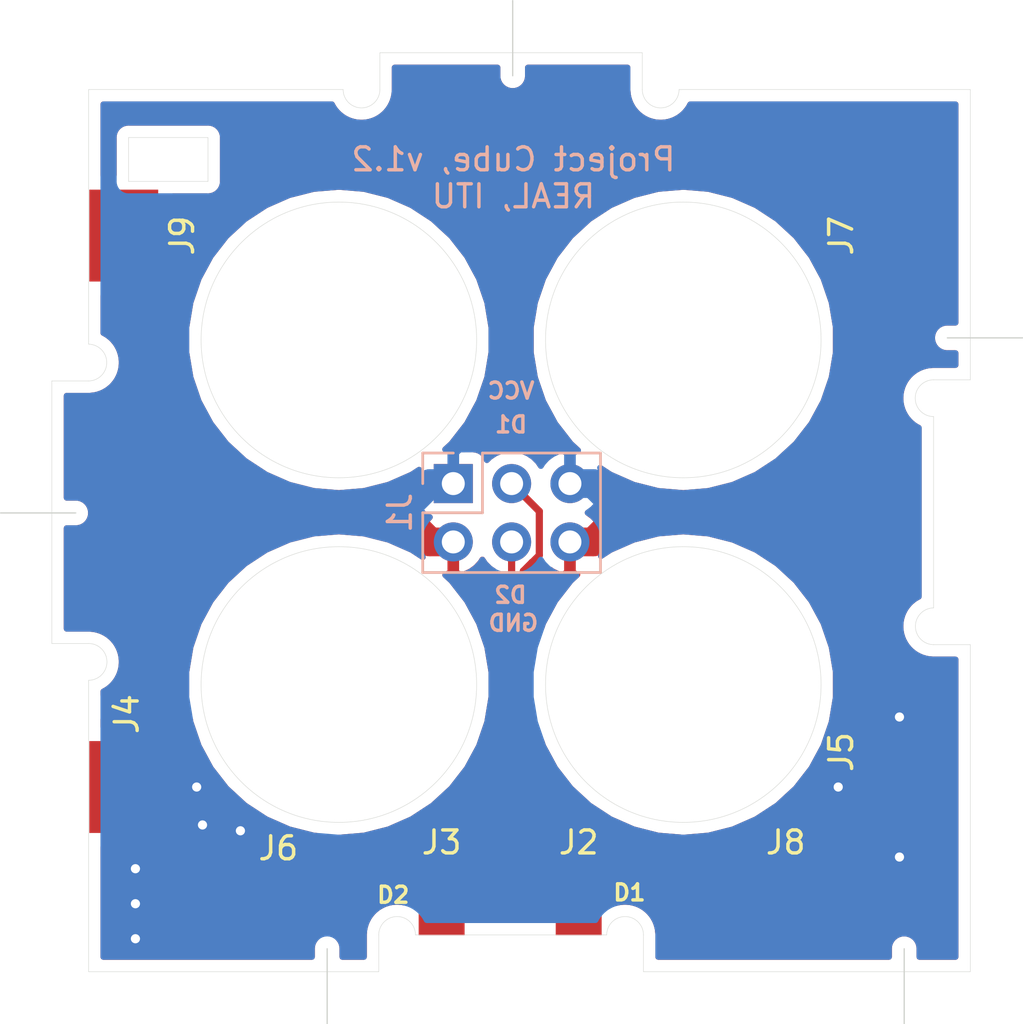
<source format=kicad_pcb>
(kicad_pcb (version 20211014) (generator pcbnew)
  (layers (0 "F.Cu" signal) (31 "B.Cu" signal) (34 "B.Paste" user) (35 "F.Paste" user) (36 "B.SilkS" user "B.Silkscreen") (37 "F.SilkS" user "F.Silkscreen") (38 "B.Mask" user) (39 "F.Mask" user) (44 "Edge.Cuts" user))
  (net 0 "")
  (net 1 "VCC")
  (net 2 "GND")
  (net 3 "/D1")
  (net 4 "/D2")
  (footprint "Custom:CubeCenterPad" (layer "F.Cu") (at 117.475 74.803 180)
    (fp_text reference "J3" (at 0 2.54) (layer "F.SilkS"))
    (fp_text value "Conn_01x01")
    (pad "1" smd rect locked (at 0 0 180) (size 2 3) (layers "F.Cu" "F.Paste" "F.Mask") (net 4 "/D2"))
  )
  (footprint "Custom:CubeSidePad" (layer "F.Cu") (at 103.632 69.85 -90)
    (fp_text reference "J4" (at -3.175 -0.127 90) (layer "F.SilkS"))
    (fp_text value "Conn_01x01")
    (pad "1" smd rect locked (at 0 0 270) (size 4 3) (layers "F.Cu" "F.Paste" "F.Mask") (net 1 "VCC"))
  )
  (footprint "Custom:CubeSidePad" (layer "F.Cu") (at 137.414 69.85 -90)
    (fp_text reference "J5" (at -1.524 2.54 90) (layer "F.SilkS"))
    (fp_text value "Conn_01x01")
    (pad "1" smd rect locked (at 0 0 270) (size 4 3) (layers "F.Cu" "F.Paste" "F.Mask") (net 1 "VCC"))
  )
  (footprint "Custom:CubeSidePad" (layer "F.Cu") (at 108.458 74.803 180)
    (fp_text reference "J6" (at -1.905 2.286) (layer "F.SilkS"))
    (fp_text value "Conn_01x01")
    (pad "1" smd rect locked (at 0 0 180) (size 4 3) (layers "F.Cu" "F.Paste" "F.Mask") (net 1 "VCC"))
  )
  (footprint "Custom:CubeSidePad" (layer "F.Cu") (at 137.414 45.847 -90)
    (fp_text reference "J7" (at 0 2.54 90) (layer "F.SilkS"))
    (fp_text value "Conn_01x01")
    (pad "1" smd rect locked (at 0 0 270) (size 4 3) (layers "F.Cu" "F.Paste" "F.Mask") (net 2 "GND"))
  )
  (footprint "Custom:CubeSidePad" (layer "F.Cu") (at 132.461 74.803 180)
    (fp_text reference "J8" (at 0 2.54) (layer "F.SilkS"))
    (fp_text value "Conn_01x01")
    (pad "1" smd rect locked (at 0 0 180) (size 4 3) (layers "F.Cu" "F.Paste" "F.Mask") (net 2 "GND"))
  )
  (footprint "Custom:CubeSidePad" (layer "F.Cu") (at 103.632 45.847 -90)
    (fp_text reference "J9" (at 0 -2.54 90) (layer "F.SilkS"))
    (fp_text value "Conn_01x01")
    (pad "1" smd rect locked (at 0 0 270) (size 4 3) (layers "F.Cu" "F.Paste" "F.Mask") (net 2 "GND"))
  )
  (footprint "Custom:CubeCenterPad" (layer "F.Cu") (at 123.444 74.803 180)
    (fp_text reference "J2" (at 0 2.54) (layer "F.SilkS"))
    (fp_text value "Conn_01x01")
    (pad "1" smd rect locked (at 0 0 180) (size 2 3) (layers "F.Cu" "F.Paste" "F.Mask") (net 3 "/D1"))
  )
  (footprint "Connector_PinHeader_2.54mm:PinHeader_2x03_P2.54mm_Vertical" (layer "B.Cu") (at 117.983 56.642 -90)
    (fp_text reference "J1" (at 1.27 2.33 -90) (layer "B.SilkS") (effects (justify mirror)))
    (fp_text value "Conn_02x03_Odd_Even")
    (fp_line (start -1.33 -6.41) (end 3.87 -6.41) (layer "B.SilkS") (width 0.12))
    (fp_line (start 1.27 -1.27) (end 1.27 1.33) (layer "B.SilkS") (width 0.12))
    (fp_line (start -1.33 -1.27) (end 1.27 -1.27) (layer "B.SilkS") (width 0.12))
    (fp_line (start 3.87 1.33) (end 3.87 -6.41) (layer "B.SilkS") (width 0.12))
    (fp_line (start -1.33 -1.27) (end -1.33 -6.41) (layer "B.SilkS") (width 0.12))
    (fp_line (start -1.33 0) (end -1.33 1.33) (layer "B.SilkS") (width 0.12))
    (fp_line (start 1.27 1.33) (end 3.87 1.33) (layer "B.SilkS") (width 0.12))
    (fp_line (start -1.33 1.33) (end 0 1.33) (layer "B.SilkS") (width 0.12))
    (pad "1" thru_hole rect locked (at 0 0 270) (size 1.7 1.7) (drill 1) (layers *.Cu *.Mask) (net 1 "VCC"))
    (pad "2" thru_hole oval locked (at 2.54 0 270) (size 1.7 1.7) (drill 1) (layers *.Cu *.Mask) (net 2 "GND"))
    (pad "3" thru_hole oval locked (at 0 -2.54 270) (size 1.7 1.7) (drill 1) (layers *.Cu *.Mask) (net 3 "/D1"))
    (pad "4" thru_hole oval locked (at 2.54 -2.54 270) (size 1.7 1.7) (drill 1) (layers *.Cu *.Mask) (net 4 "/D2"))
    (pad "5" thru_hole oval locked (at 0 -5.08 270) (size 1.7 1.7) (drill 1) (layers *.Cu *.Mask) (net 1 "VCC"))
    (pad "6" thru_hole oval locked (at 2.54 -5.08 270) (size 1.7 1.7) (drill 1) (layers *.Cu *.Mask) (net 2 "GND"))
  )
  (gr_line (start 107.3 41.579) (end 107.3 43.489) (layer "Edge.Cuts") (width 0.02))
  (gr_arc (start 102.1 50.574715) (mid 102.9 51.374715) (end 102.1 52.174715) (layer "Edge.Cuts") (width 0.02))
  (gr_arc (start 138.9 63.653285) (mid 138.1 62.853285) (end 138.9 62.053285) (layer "Edge.Cuts") (width 0.02))
  (gr_arc (start 138.9 53.724715) (mid 138.1 52.924715) (end 138.9 52.124715) (layer "Edge.Cuts") (width 0.02))
  (gr_line (start 137.62 76.89) (end 137.62 80.16) (layer "Edge.Cuts") (width 0.05588))
  (gr_line (start 112.49 76.89) (end 112.49 80.16) (layer "Edge.Cuts") (width 0.05588))
  (gr_line (start 100.5 52.174715) (end 102.1 52.174715) (layer "Edge.Cuts") (width 0.02))
  (gr_line (start 102.1 67.889) (end 102.1 65.203285) (layer "Edge.Cuts") (width 0.02))
  (gr_line (start 126.264285 77.889) (end 126.264285 76.289) (layer "Edge.Cuts") (width 0.02))
  (gr_line (start 139.5 50.3) (end 142.77 50.3) (layer "Edge.Cuts") (width 0.05588))
  (gr_line (start 100.5 63.603285) (end 100.5 52.174715) (layer "Edge.Cuts") (width 0.02))
  (gr_circle (center 113 50.389001) (end 107 50.389001) (layer "Edge.Cuts") (width 0.02) (fill none))
  (gr_line (start 138.9 63.653285) (end 140.5 63.653285) (layer "Edge.Cuts") (width 0.02))
  (gr_line (start 124.5 76.288999) (end 122.5 76.289) (layer "Edge.Cuts") (width 0.02))
  (gr_line (start 101.54 57.92) (end 98.27 57.92) (layer "Edge.Cuts") (width 0.05588))
  (gr_line (start 102.1 47.889) (end 102.1 43.889) (layer "Edge.Cuts") (width 0.02))
  (gr_line (start 116.5 76.288999) (end 116.335715 76.288999) (layer "Edge.Cuts") (width 0.02))
  (gr_line (start 140.5 77.889) (end 126.264285 77.889) (layer "Edge.Cuts") (width 0.02))
  (gr_line (start 102.1 71.889) (end 102.1 67.889) (layer "Edge.Cuts") (width 0.02))
  (gr_arc (start 127.814285 39.489) (mid 127.014285 40.289) (end 126.214285 39.489) (layer "Edge.Cuts") (width 0.02))
  (gr_line (start 102.1 77.889) (end 102.1 71.889) (layer "Edge.Cuts") (width 0.02))
  (gr_line (start 140.5 52.124715) (end 138.9 52.124715) (layer "Edge.Cuts") (width 0.02))
  (gr_line (start 114.785715 37.889) (end 126.214285 37.889) (layer "Edge.Cuts") (width 0.02))
  (gr_line (start 103.84 41.579) (end 103.84 43.489) (layer "Edge.Cuts") (width 0.02))
  (gr_line (start 114.735715 76.288999) (end 114.735715 77.889) (layer "Edge.Cuts") (width 0.02))
  (gr_line (start 103.84 41.579) (end 107.3 41.579) (layer "Edge.Cuts") (width 0.02))
  (gr_line (start 103.84 43.489) (end 107.3 43.489) (layer "Edge.Cuts") (width 0.02))
  (gr_line (start 114.735715 77.889) (end 102.1 77.889) (layer "Edge.Cuts") (width 0.02))
  (gr_line (start 102.1 39.489) (end 113.185715 39.489) (layer "Edge.Cuts") (width 0.02))
  (gr_circle (center 113 65.389) (end 107 65.389) (layer "Edge.Cuts") (width 0.02) (fill none))
  (gr_line (start 114.785715 39.489) (end 114.785715 37.889) (layer "Edge.Cuts") (width 0.02))
  (gr_line (start 102.1 43.889) (end 102.1 39.489) (layer "Edge.Cuts") (width 0.02))
  (gr_arc (start 124.664285 76.289) (mid 125.464285 75.489) (end 126.264285 76.289) (layer "Edge.Cuts") (width 0.02))
  (gr_arc (start 114.785715 39.489) (mid 113.985715 40.289) (end 113.185715 39.489) (layer "Edge.Cuts") (width 0.02))
  (gr_line (start 118.5 76.288999) (end 116.5 76.288999) (layer "Edge.Cuts") (width 0.02))
  (gr_line (start 140.5 63.653285) (end 140.5 77.889) (layer "Edge.Cuts") (width 0.02))
  (gr_line (start 126.214285 37.889) (end 126.214285 39.489) (layer "Edge.Cuts") (width 0.02))
  (gr_line (start 120.57 38.89) (end 120.57 35.62) (layer "Edge.Cuts") (width 0.05588))
  (gr_line (start 138.9 53.724715) (end 138.9 62.053285) (layer "Edge.Cuts") (width 0.02))
  (gr_line (start 122.5 76.289) (end 118.5 76.288999) (layer "Edge.Cuts") (width 0.02))
  (gr_line (start 102.1 63.603285) (end 100.5 63.603285) (layer "Edge.Cuts") (width 0.02))
  (gr_line (start 140.5 39.489001) (end 140.5 52.124715) (layer "Edge.Cuts") (width 0.02))
  (gr_circle (center 127.999999 65.389) (end 121.999999 65.389) (layer "Edge.Cuts") (width 0.02) (fill none))
  (gr_circle (center 127.999999 50.389001) (end 121.999999 50.389001) (layer "Edge.Cuts") (width 0.02) (fill none))
  (gr_line (start 127.814285 39.489) (end 140.5 39.489) (layer "Edge.Cuts") (width 0.02))
  (gr_arc (start 114.735715 76.288999) (mid 115.535715 75.488999) (end 116.335715 76.288999) (layer "Edge.Cuts") (width 0.02))
  (gr_line (start 124.664285 76.289) (end 124.5 76.288999) (layer "Edge.Cuts") (width 0.02))
  (gr_line (start 102.1 50.574715) (end 102.1 47.889) (layer "Edge.Cuts") (width 0.02))
  (gr_arc (start 102.1 63.603285) (mid 102.9 64.403285) (end 102.1 65.203285) (layer "Edge.Cuts") (width 0.02))
  (gr_text "GND" (at 120.5992 62.7126) (layer "B.SilkS") (effects (font (size 0.7 0.7)) (justify mirror)))
  (gr_text "D2" (at 120.4722 61.4934) (layer "B.SilkS") (effects (font (size 0.7 0.7)) (justify mirror)))
  (gr_text "VCC" (at 120.4976 52.6034) (layer "B.SilkS") (effects (font (size 0.7 0.7)) (justify mirror)))
  (gr_text "Project Cube, v1.2\nREAL, ITU" (at 120.5992 43.3324) (layer "B.SilkS") (effects (font (size 1 1)) (justify mirror)))
  (gr_text "D1" (at 120.4976 54.0766) (layer "B.SilkS") (effects (font (size 0.7 0.7)) (justify mirror)))
  (gr_text "D2" (at 115.3668 74.549) (layer "F.SilkS") (effects (font (size 0.7 0.7))))
  (gr_text "D1" (at 125.6538 74.4474) (layer "F.SilkS") (effects (font (size 0.7 0.7))))
  (segment (start 137.414 69.85) (end 137.414 72.898) (width 1.25) (layer "F.Cu") (net 1))
  (segment (start 137.414 69.85) (end 137.414 66.802) (width 1.25) (layer "F.Cu") (net 1))
  (segment (start 137.414 69.85) (end 134.747 69.85) (width 1.25) (layer "F.Cu") (net 1))
  (via (at 137.414 72.898) (size 1.2) (drill 0.4) (layers "F.Cu" "B.Cu") (net 1))
  (via (at 134.747 69.85) (size 1.2) (drill 0.4) (layers "F.Cu" "B.Cu") (net 1))
  (via (at 107.061 71.501) (size 1.2) (drill 0.4) (layers "F.Cu" "B.Cu") (net 1))
  (via (at 108.712 71.755) (size 1.2) (drill 0.4) (layers "F.Cu" "B.Cu") (net 1))
  (via (at 104.14 76.454) (size 1.2) (drill 0.4) (layers "F.Cu" "B.Cu") (net 1))
  (via (at 104.14 74.93) (size 1.2) (drill 0.4) (layers "F.Cu" "B.Cu") (net 1))
  (via (at 106.807 69.85) (size 1.2) (drill 0.4) (layers "F.Cu" "B.Cu") (net 1))
  (via (at 137.414 66.802) (size 1.2) (drill 0.4) (layers "F.Cu" "B.Cu") (net 1))
  (via (at 104.14 73.406) (size 1.2) (drill 0.4) (layers "F.Cu" "B.Cu") (net 1))
  (segment (start 124.079 56.642) (end 125.349 57.912) (width 1.25) (layer "B.Cu") (net 1))
  (segment (start 116.967 56.642) (end 115.697 57.912) (width 1.25) (layer "B.Cu") (net 1))
  (segment (start 125.349 57.912) (end 128.905 57.912) (width 1.25) (layer "B.Cu") (net 1))
  (segment (start 123.063 56.642) (end 124.079 56.642) (width 1.25) (layer "B.Cu") (net 1))
  (segment (start 117.983 56.642) (end 116.967 56.642) (width 1.25) (layer "B.Cu") (net 1))
  (segment (start 117.983 59.182) (end 116.967 59.182) (width 1.25) (layer "F.Cu") (net 2))
  (segment (start 116.967 59.182) (end 115.697 57.912) (width 1.25) (layer "F.Cu") (net 2))
  (segment (start 124.079 59.182) (end 125.349 57.912) (width 1.25) (layer "F.Cu") (net 2))
  (segment (start 123.063 59.182) (end 124.079 59.182) (width 1.25) (layer "F.Cu") (net 2))
  (segment (start 120.523 56.642) (end 121.729251 57.848251) (width 0.3125) (layer "F.Cu") (net 3))
  (segment (start 121.729251 57.848251) (end 121.729251 59.761001) (width 0.3125) (layer "F.Cu") (net 3))
  (segment (start 123.444 74.375778) (end 123.444 74.803) (width 0.3125) (layer "F.Cu") (net 3))
  (segment (start 121.03551 71.967288) (end 123.444 74.375778) (width 0.3125) (layer "F.Cu") (net 3))
  (segment (start 121.03551 60.44749) (end 121.03551 71.967288) (width 0.3125) (layer "F.Cu") (net 3))
  (segment (start 121.412 60.078252) (end 121.404748 60.078252) (width 0.3125) (layer "F.Cu") (net 3))
  (segment (start 121.729251 59.761001) (end 121.412 60.078252) (width 0.3125) (layer "F.Cu") (net 3))
  (segment (start 121.404748 60.078252) (end 121.03551 60.44749) (width 0.3125) (layer "F.Cu") (net 3))
  (segment (start 120.523 71.755) (end 120.523 59.182) (width 0.3125) (layer "F.Cu") (net 4))
  (segment (start 117.475 74.803) (end 120.523 71.755) (width 0.3125) (layer "F.Cu") (net 4))
  (zone (net 2) (net_name "GND") (layer "F.Cu") (connect_pads (clearance 0.508)) (min_thickness 0.254) (fill yes (thermal_gap 0.508) (thermal_bridge_width 0.508))
    (polygon (pts (xy 126.385 76.16) (xy 114.701 76.16) (xy 114.701 77.811) (xy 112.8 77.84) (xy 112.87 70.86) (xy 112.33 70.79) (xy 111.62 70.55) (xy 110.79 70.24) (xy 110.13 69.89) (xy 109.55 69.34) (xy 109.01 68.86) (xy 108.72 68.29) (xy 108.325 67.415) (xy 107.15 65.97) (xy 102.26 65.96) (xy 102.255 63.46) (xy 100.604 63.46) (xy 100.604 52.157) (xy 102.128 52.157) (xy 102.128 39.584) (xy 114.828 39.584) (xy 114.828 37.933) (xy 126.131 37.933) (xy 126.131 39.584) (xy 140.482 39.584) (xy 140.482 52.03) (xy 138.831 52.03) (xy 138.831 63.714) (xy 140.482 63.714) (xy 140.482 77.811) (xy 126.385 77.811)))
  )
  (zone (net 1) (net_name "VCC") (layer "F.Cu") (connect_pads (clearance 0.508)) (min_thickness 0.254) (fill yes (thermal_gap 0.508) (thermal_bridge_width 0.508))
    (polygon (pts (xy 102.108 66.802) (xy 107.061 66.802) (xy 107.188 67.183) (xy 107.315 67.691) (xy 107.569 68.199) (xy 108.331 69.342) (xy 109.22 70.104) (xy 110.617 70.993) (xy 112.141 71.374) (xy 112.141 77.851) (xy 102.108 77.851)))
  )
  (zone (net 1) (net_name "VCC") (layer "B.Cu") (connect_pads (clearance 0.508)) (min_thickness 0.254) (fill yes (thermal_gap 0.508) (thermal_bridge_width 0.508))
    (polygon (pts (xy 126.365 76.2) (xy 114.681 76.2) (xy 114.681 77.851) (xy 102.108 77.851) (xy 102.108 63.5) (xy 100.584 63.5) (xy 100.584 52.197) (xy 102.108 52.197) (xy 102.108 39.624) (xy 114.808 39.624) (xy 114.808 37.973) (xy 126.111 37.973) (xy 126.111 39.624) (xy 140.462 39.624) (xy 140.462 52.07) (xy 138.811 52.07) (xy 138.811 63.754) (xy 140.462 63.754) (xy 140.462 77.851) (xy 126.365 77.851)))
  )
)
</source>
